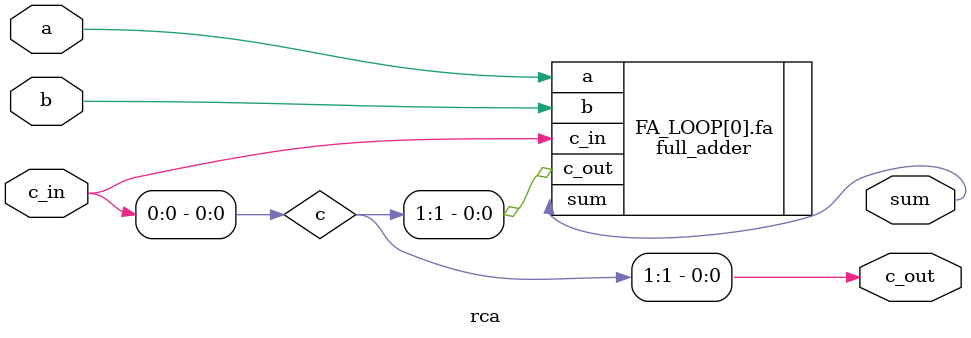
<source format=v>
module rca #(
	parameter IP_WIDTH = 1
) (
	input wire [IP_WIDTH-1:0] a,
	input wire [IP_WIDTH-1:0] b,
	input wire c_in,
	output wire [IP_WIDTH-1:0] sum,
	output wire c_out
);

	wire [IP_WIDTH:0] c;
	assign c[0] = c_in;

	genvar i;
	generate
		for (i = 0; i < IP_WIDTH; i = i + 1) begin : FA_LOOP
			full_adder fa (
				.a(a[i]),
				.b(b[i]),
				.c_in(c[i]),
				.sum(sum[i]),
				.c_out(c[i+1])
			);
		end
	endgenerate

	assign c_out = c[IP_WIDTH];

endmodule

</source>
